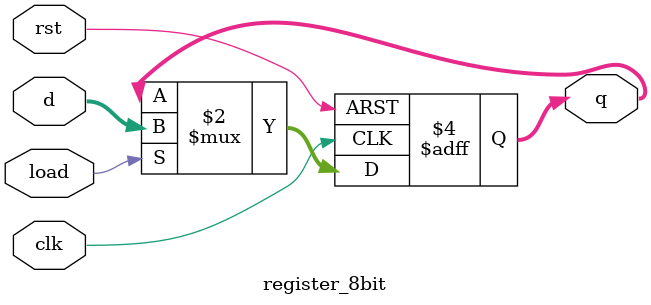
<source format=v>
module register_8bit (
    input  wire       clk,
    input  wire       rst,
    input  wire       load,
    input  wire [7:0] d,
    output reg  [7:0] q
);
    always @(posedge clk or posedge rst) begin
        if (rst) begin
            q <= 8'b0000_0000;
        end else if (load) begin
            q <= d;
        end
    end
endmodule

</source>
